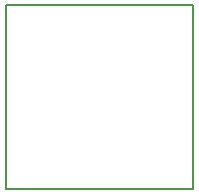
<source format=gbr>
G04 DipTrace 3.1.0.1*
G04 BoardOutline.gbr*
%MOIN*%
G04 #@! TF.FileFunction,Profile*
G04 #@! TF.Part,Single*
%ADD11C,0.005512*%
%FSLAX26Y26*%
G04*
G70*
G90*
G75*
G01*
G04 BoardOutline*
%LPD*%
X393701Y1003937D2*
D11*
X1019685D1*
Y393701D1*
X393701D1*
Y1003937D1*
M02*

</source>
